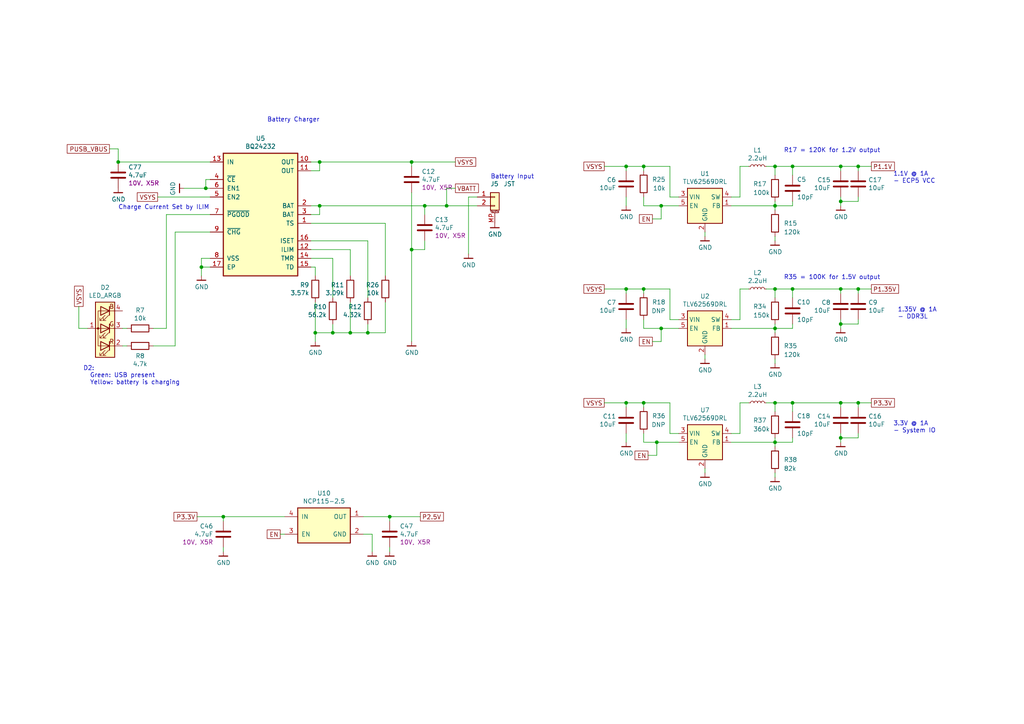
<source format=kicad_sch>
(kicad_sch (version 20230121) (generator eeschema)
  (paper "A4")
  (title_block (title "Orange Crab") (date "2020-11-01") (rev "r0.2.1") (company "Good Stuff Department") (comment 3 "Licensed under CERN OHL v.1.2") (comment 4 "Designed by: Greg Davill"))
  (lib_symbols
    (symbol "Connector_Generic_MountingPin:Conn_01x02_MountingPin" (pin_names (offset 1.016) hide)
      (property "Reference" "J" (at 0 2.54 0))
      (property "Value" "Conn_01x02_MountingPin" (at 1.27 -5.08 0))
      (symbol "Conn_01x02_MountingPin_1_1"
        (rectangle (start -1.27 -2.413) (end 0 -2.667) (stroke (width 0.1524)))
        (rectangle (start -1.27 0.127) (end 0 -0.127) (stroke (width 0.1524)))
        (rectangle (start -1.27 1.27) (end 1.27 -3.81) (stroke (width 0.254)) (fill (type background)))
        (polyline (pts (xy -1.016 -4.572) (xy 1.016 -4.572)) (stroke (width 0.1524)))
        (text "Mounting" (at 0 -4.191 0) (effects (font (size 0.381 0.381))))
        (pin passive line (at -5.08 0 0) (length 3.81) (name "Pin_1") (number "1"))
        (pin passive line (at -5.08 -2.54 0) (length 3.81) (name "Pin_2") (number "2"))
        (pin passive line (at 0 -7.62 90) (length 3.048) (name "MountPin") (number "MP"))
      )
    )
    (symbol "Device:C" (pin_numbers hide) (pin_names (offset 0.254))
      (property "Reference" "C" (at 0.635 2.54 0))
      (property "Value" "C" (at 0.635 -2.54 0))
      (symbol "C_0_1"
        (polyline (pts (xy -2.032 -0.762) (xy 2.032 -0.762)) (stroke (width 0.508)))
        (polyline (pts (xy -2.032 0.762) (xy 2.032 0.762)) (stroke (width 0.508)))
      )
      (symbol "C_1_1"
        (pin passive line (at 0 3.81 270) (length 2.794) (name "~") (number "1"))
        (pin passive line (at 0 -3.81 90) (length 2.794) (name "~") (number "2"))
      )
    )
    (symbol "Device:LED_ARGB" (pin_names (offset 0) hide)
      (property "Reference" "D" (at 0 9.398 0))
      (property "Value" "LED_ARGB" (at 0 -8.89 0))
      (symbol "LED_ARGB_0_0"
        (text "B" (at -1.905 -6.35 0) (effects (font (size 1.27 1.27))))
        (text "G" (at -1.905 -1.27 0) (effects (font (size 1.27 1.27))))
        (text "R" (at -1.905 3.81 0) (effects (font (size 1.27 1.27))))
      )
      (symbol "LED_ARGB_0_1"
        (polyline (pts (xy -1.27 -5.08) (xy -2.54 -5.08)))
        (polyline (pts (xy -1.27 -5.08) (xy 1.27 -5.08)))
        (polyline (pts (xy -1.27 -3.81) (xy -1.27 -6.35)) (stroke (width 0.254)))
        (polyline (pts (xy -1.27 0) (xy -2.54 0)))
        (polyline (pts (xy -1.27 1.27) (xy -1.27 -1.27)) (stroke (width 0.254)))
        (polyline (pts (xy -1.27 5.08) (xy -2.54 5.08)))
        (polyline (pts (xy -1.27 5.08) (xy 1.27 5.08)))
        (polyline (pts (xy -1.27 6.35) (xy -1.27 3.81)) (stroke (width 0.254)))
        (polyline (pts (xy 1.27 0) (xy -1.27 0)))
        (polyline (pts (xy 1.27 0) (xy 2.54 0)))
        (polyline (pts (xy -1.27 1.27) (xy -1.27 -1.27) (xy -1.27 -1.27)))
        (polyline (pts (xy -1.27 6.35) (xy -1.27 3.81) (xy -1.27 3.81)))
        (polyline (pts (xy 1.27 -5.08) (xy 2.032 -5.08) (xy 2.032 5.08) (xy 1.27 5.08)))
        (polyline (pts (xy 1.27 -3.81) (xy 1.27 -6.35) (xy -1.27 -5.08) (xy 1.27 -3.81)) (stroke (width 0.254)))
        (polyline (pts (xy 1.27 1.27) (xy 1.27 -1.27) (xy -1.27 0) (xy 1.27 1.27)) (stroke (width 0.254)))
        (polyline (pts (xy 1.27 6.35) (xy 1.27 3.81) (xy -1.27 5.08) (xy 1.27 6.35)) (stroke (width 0.254)))
        (polyline (pts (xy -1.016 -3.81) (xy 0.508 -2.286) (xy -0.254 -2.286) (xy 0.508 -2.286) (xy 0.508 -3.048)))
        (polyline (pts (xy -1.016 1.27) (xy 0.508 2.794) (xy -0.254 2.794) (xy 0.508 2.794) (xy 0.508 2.032)))
        (polyline (pts (xy -1.016 6.35) (xy 0.508 7.874) (xy -0.254 7.874) (xy 0.508 7.874) (xy 0.508 7.112)))
        (polyline (pts (xy 0 -3.81) (xy 1.524 -2.286) (xy 0.762 -2.286) (xy 1.524 -2.286) (xy 1.524 -3.048)))
        (polyline (pts (xy 0 1.27) (xy 1.524 2.794) (xy 0.762 2.794) (xy 1.524 2.794) (xy 1.524 2.032)))
        (polyline (pts (xy 0 6.35) (xy 1.524 7.874) (xy 0.762 7.874) (xy 1.524 7.874) (xy 1.524 7.112)))
        (rectangle (start 1.27 -1.27) (end 1.27 1.27))
        (rectangle (start 1.27 1.27) (end 1.27 1.27))
        (rectangle (start 1.27 3.81) (end 1.27 6.35))
        (rectangle (start 1.27 6.35) (end 1.27 6.35))
        (circle (center 2.032 0) (radius 0.254) (fill (type outline)))
        (rectangle (start 2.794 8.382) (end -2.794 -7.62) (stroke (width 0.254)) (fill (type background)))
      )
      (symbol "LED_ARGB_1_1"
        (pin passive line (at 5.08 0 180) (length 2.54) (name "A") (number "1"))
        (pin passive line (at -5.08 5.08 0) (length 2.54) (name "RK") (number "2"))
        (pin passive line (at -5.08 0 0) (length 2.54) (name "GK") (number "3"))
        (pin passive line (at -5.08 -5.08 0) (length 2.54) (name "BK") (number "4"))
      )
    )
    (symbol "Device:L_Small" (pin_numbers hide) (pin_names (offset 0.254) hide)
      (property "Reference" "L" (at 0.762 1.016 0))
      (property "Value" "L_Small" (at 0.762 -1.016 0))
      (symbol "L_Small_0_1"
        (arc (start 0 -2.032) (mid 0.5058 -1.524) (end 0 -1.016))
        (arc (start 0 -1.016) (mid 0.5058 -0.508) (end 0 0))
        (arc (start 0 0) (mid 0.5058 0.508) (end 0 1.016))
        (arc (start 0 1.016) (mid 0.5058 1.524) (end 0 2.032))
      )
      (symbol "L_Small_1_1"
        (pin passive line (at 0 2.54 270) (length 0.508) (name "~") (number "1"))
        (pin passive line (at 0 -2.54 90) (length 0.508) (name "~") (number "2"))
      )
    )
    (symbol "Device:R" (pin_numbers hide) (pin_names (offset 0))
      (property "Reference" "R" (at 2.032 0 90))
      (property "Value" "R" (at 0 0 90))
      (symbol "R_0_1"
        (rectangle (start -1.016 -2.54) (end 1.016 2.54) (stroke (width 0.254)))
      )
      (symbol "R_1_1"
        (pin passive line (at 0 3.81 270) (length 1.27) (name "~") (number "1"))
        (pin passive line (at 0 -3.81 90) (length 1.27) (name "~") (number "2"))
      )
    )
    (symbol "Regulator_Switching:TLV62569DRL"
      (property "Reference" "U" (at -5.08 6.35 0))
      (property "Value" "TLV62569DRL" (at 0 6.35 0))
      (symbol "TLV62569DRL_0_1"
        (rectangle (start -5.08 5.08) (end 5.08 -5.08) (stroke (width 0.254)) (fill (type background)))
      )
      (symbol "TLV62569DRL_1_1"
        (pin input line (at 7.62 0 180) (length 2.54) (name "FB") (number "1"))
        (pin power_in line (at 0 -7.62 90) (length 2.54) (name "GND") (number "2"))
        (pin power_in line (at -7.62 2.54 0) (length 2.54) (name "VIN") (number "3"))
        (pin power_out line (at 7.62 2.54 180) (length 2.54) (name "SW") (number "4"))
        (pin input line (at -7.62 0 0) (length 2.54) (name "EN") (number "5"))
        (pin no_connect line (at 5.08 -2.54 180) (length 2.54) hide (name "NC") (number "6"))
      )
    )
    (symbol "gkl_pmic:BQ24230" (pin_names (offset 1.016))
      (property "Reference" "U" (at 0 21.59 0))
      (property "Value" "BQ24230" (at 0 19.05 0))
      (symbol "BQ24230_0_1"
        (rectangle (start -11.43 16.51) (end 10.16 -19.05) (stroke (width 0.3302)) (fill (type background)))
      )
      (symbol "BQ24230_1_1"
        (pin input line (at 13.97 -3.81 180) (length 3.81) (name "TS") (number "1"))
        (pin power_out line (at 13.97 13.97 180) (length 3.81) (name "OUT") (number "10"))
        (pin power_out line (at 13.97 11.43 180) (length 3.81) (name "OUT") (number "11"))
        (pin input line (at 13.97 -11.43 180) (length 3.81) (name "ILIM") (number "12"))
        (pin power_in line (at -15.24 13.97 0) (length 3.81) (name "IN") (number "13"))
        (pin input line (at 13.97 -13.97 180) (length 3.81) (name "TMR") (number "14"))
        (pin input line (at 13.97 -16.51 180) (length 3.81) (name "TD") (number "15"))
        (pin bidirectional line (at 13.97 -8.89 180) (length 3.81) (name "ISET") (number "16"))
        (pin power_in line (at -15.24 -16.51 0) (length 3.81) (name "EP") (number "17"))
        (pin bidirectional line (at 13.97 1.27 180) (length 3.81) (name "BAT") (number "2"))
        (pin bidirectional line (at 13.97 -1.27 180) (length 3.81) (name "BAT") (number "3"))
        (pin input line (at -15.24 8.89 0) (length 3.81) (name "~{CE}") (number "4"))
        (pin input line (at -15.24 3.81 0) (length 3.81) (name "EN2") (number "5"))
        (pin input line (at -15.24 6.35 0) (length 3.81) (name "EN1") (number "6"))
        (pin output line (at -15.24 -1.27 0) (length 3.81) (name "~{PGOOD}") (number "7"))
        (pin power_in line (at -15.24 -13.97 0) (length 3.81) (name "VSS") (number "8"))
        (pin output line (at -15.24 -6.35 0) (length 3.81) (name "~{CHG}") (number "9"))
      )
    )
    (symbol "gkl_pmic:NCP167" (pin_names (offset 1.016))
      (property "Reference" "U" (at 0 11.43 0))
      (property "Value" "NCP167" (at 0 8.89 0))
      (symbol "NCP167_0_1"
        (rectangle (start -7.62 5.08) (end 7.62 -5.08) (stroke (width 0.3048)) (fill (type background)))
      )
      (symbol "NCP167_1_1"
        (pin input line (at 11.43 2.54 180) (length 3.81) (name "OUT") (number "1"))
        (pin input line (at 11.43 -2.54 180) (length 3.81) (name "GND") (number "2"))
        (pin input line (at -11.43 -2.54 0) (length 3.81) (name "EN") (number "3"))
        (pin input line (at -11.43 2.54 0) (length 3.81) (name "IN") (number "4"))
      )
    )
    (symbol "gkl_power:GND" (power) (pin_names (offset 0))
      (property "Value" "GND" (at 0 -2.54 0))
      (symbol "GND_0_1"
        (polyline (pts (xy 0 -1.27) (xy 0 0)))
        (polyline (pts (xy 1.27 -1.27) (xy -1.27 -1.27)) (stroke (width 0.3048)))
      )
      (symbol "GND_1_1"
        (pin power_in line (at 0 0 270) (length 0) hide (name "GND") (number "1"))
      )
    )
  )
  (junction (at 224.79 48.26))
  (junction (at 229.87 48.26))
  (junction (at 119.38 46.99))
  (junction (at 248.92 83.82))
  (junction (at 123.19 59.69))
  (junction (at 129.54 59.69))
  (junction (at 229.87 83.82))
  (junction (at 91.44 96.52))
  (junction (at 59.69 54.61))
  (junction (at 186.69 83.82))
  (junction (at 181.61 116.84))
  (junction (at 243.84 127))
  (junction (at 101.6 96.52))
  (junction (at 96.52 96.52))
  (junction (at 119.38 72.39))
  (junction (at 243.84 93.98))
  (junction (at 58.42 77.47))
  (junction (at 190.5 128.27))
  (junction (at 243.84 58.42))
  (junction (at 224.79 128.27))
  (junction (at 186.69 48.26))
  (junction (at 243.84 48.26))
  (junction (at 248.92 116.84))
  (junction (at 248.92 48.26))
  (junction (at 106.68 96.52))
  (junction (at 34.29 46.99))
  (junction (at 113.03 149.86))
  (junction (at 229.87 116.84))
  (junction (at 181.61 83.82))
  (junction (at 92.71 59.69))
  (junction (at 224.79 83.82))
  (junction (at 191.77 59.69))
  (junction (at 243.84 83.82))
  (junction (at 181.61 48.26))
  (junction (at 224.79 116.84))
  (junction (at 224.79 59.69))
  (junction (at 186.69 116.84))
  (junction (at 243.84 116.84))
  (junction (at 191.77 95.25))
  (junction (at 224.79 95.25))
  (junction (at 92.71 46.99))
  (junction (at 64.77 149.86))
  (wire (pts (xy 59.69 54.61) (xy 53.34 54.61)))
  (wire (pts (xy 248.92 85.09) (xy 248.92 83.82)))
  (wire (pts (xy 50.8 100.33) (xy 50.8 67.31)))
  (wire (pts (xy 92.71 59.69) (xy 123.19 59.69)))
  (wire (pts (xy 186.69 128.27) (xy 186.69 125.73)))
  (wire (pts (xy 101.6 87.63) (xy 101.6 96.52)))
  (wire (pts (xy 92.71 62.23) (xy 92.71 59.69)))
  (wire (pts (xy 224.79 86.36) (xy 224.79 83.82)))
  (wire (pts (xy 59.69 52.07) (xy 59.69 54.61)))
  (wire (pts (xy 181.61 85.09) (xy 181.61 83.82)))
  (wire (pts (xy 243.84 92.71) (xy 243.84 93.98)))
  (wire (pts (xy 113.03 158.75) (xy 113.03 160.02)))
  (wire (pts (xy 186.69 128.27) (xy 190.5 128.27)))
  (wire (pts (xy 181.61 116.84) (xy 175.26 116.84)))
  (wire (pts (xy 243.84 116.84) (xy 248.92 116.84)))
  (wire (pts (xy 217.17 48.26) (xy 214.63 48.26)))
  (wire (pts (xy 96.52 93.98) (xy 96.52 96.52)))
  (wire (pts (xy 187.96 132.08) (xy 190.5 132.08)))
  (wire (pts (xy 48.26 62.23) (xy 48.26 95.25)))
  (wire (pts (xy 243.84 58.42) (xy 243.84 59.69)))
  (wire (pts (xy 248.92 125.73) (xy 248.92 127)))
  (wire (pts (xy 224.79 83.82) (xy 229.87 83.82)))
  (wire (pts (xy 204.47 102.87) (xy 204.47 104.14)))
  (wire (pts (xy 196.85 59.69) (xy 191.77 59.69)))
  (wire (pts (xy 224.79 93.98) (xy 224.79 95.25)))
  (wire (pts (xy 191.77 59.69) (xy 186.69 59.69)))
  (wire (pts (xy 191.77 95.25) (xy 196.85 95.25)))
  (wire (pts (xy 212.09 125.73) (xy 214.63 125.73)))
  (wire (pts (xy 212.09 57.15) (xy 214.63 57.15)))
  (wire (pts (xy 194.31 92.71) (xy 194.31 83.82)))
  (wire (pts (xy 248.92 57.15) (xy 248.92 58.42)))
  (wire (pts (xy 181.61 116.84) (xy 186.69 116.84)))
  (wire (pts (xy 229.87 50.8) (xy 229.87 48.26)))
  (wire (pts (xy 243.84 83.82) (xy 248.92 83.82)))
  (wire (pts (xy 212.09 128.27) (xy 224.79 128.27)))
  (wire (pts (xy 222.25 48.26) (xy 224.79 48.26)))
  (wire (pts (xy 106.68 69.85) (xy 106.68 86.36)))
  (wire (pts (xy 58.42 77.47) (xy 58.42 74.93)))
  (wire (pts (xy 248.92 116.84) (xy 252.73 116.84)))
  (wire (pts (xy 119.38 55.88) (xy 119.38 72.39)))
  (wire (pts (xy 224.79 137.16) (xy 224.79 138.43)))
  (wire (pts (xy 111.76 64.77) (xy 90.17 64.77)))
  (wire (pts (xy 243.84 49.53) (xy 243.84 48.26)))
  (wire (pts (xy 248.92 58.42) (xy 243.84 58.42)))
  (wire (pts (xy 44.45 95.25) (xy 48.26 95.25)))
  (wire (pts (xy 90.17 69.85) (xy 106.68 69.85)))
  (wire (pts (xy 243.84 48.26) (xy 248.92 48.26)))
  (wire (pts (xy 181.61 92.71) (xy 181.61 95.25)))
  (wire (pts (xy 224.79 128.27) (xy 229.87 128.27)))
  (wire (pts (xy 224.79 119.38) (xy 224.79 116.84)))
  (wire (pts (xy 243.84 93.98) (xy 243.84 95.25)))
  (wire (pts (xy 106.68 93.98) (xy 106.68 96.52)))
  (wire (pts (xy 212.09 95.25) (xy 224.79 95.25)))
  (wire (pts (xy 229.87 128.27) (xy 229.87 127)))
  (wire (pts (xy 31.75 43.18) (xy 34.29 43.18)))
  (wire (pts (xy 82.55 154.94) (xy 81.28 154.94)))
  (wire (pts (xy 64.77 151.13) (xy 64.77 149.86)))
  (wire (pts (xy 123.19 69.85) (xy 123.19 72.39)))
  (wire (pts (xy 189.23 63.5) (xy 191.77 63.5)))
  (wire (pts (xy 191.77 99.06) (xy 191.77 95.25)))
  (wire (pts (xy 224.79 127) (xy 224.79 128.27)))
  (wire (pts (xy 119.38 72.39) (xy 119.38 99.06)))
  (wire (pts (xy 229.87 95.25) (xy 229.87 93.98)))
  (wire (pts (xy 96.52 74.93) (xy 90.17 74.93)))
  (wire (pts (xy 248.92 83.82) (xy 252.73 83.82)))
  (wire (pts (xy 90.17 59.69) (xy 92.71 59.69)))
  (wire (pts (xy 212.09 59.69) (xy 224.79 59.69)))
  (wire (pts (xy 34.29 46.99) (xy 60.96 46.99)))
  (wire (pts (xy 229.87 83.82) (xy 243.84 83.82)))
  (wire (pts (xy 224.79 68.58) (xy 224.79 69.85)))
  (wire (pts (xy 243.84 125.73) (xy 243.84 127)))
  (wire (pts (xy 181.61 125.73) (xy 181.61 128.27)))
  (wire (pts (xy 186.69 48.26) (xy 194.31 48.26)))
  (wire (pts (xy 181.61 118.11) (xy 181.61 116.84)))
  (wire (pts (xy 45.72 57.15) (xy 60.96 57.15)))
  (wire (pts (xy 212.09 92.71) (xy 214.63 92.71)))
  (wire (pts (xy 248.92 92.71) (xy 248.92 93.98)))
  (wire (pts (xy 91.44 77.47) (xy 91.44 80.01)))
  (wire (pts (xy 181.61 83.82) (xy 186.69 83.82)))
  (wire (pts (xy 248.92 48.26) (xy 252.73 48.26)))
  (wire (pts (xy 224.79 58.42) (xy 224.79 59.69)))
  (wire (pts (xy 50.8 67.31) (xy 60.96 67.31)))
  (wire (pts (xy 181.61 49.53) (xy 181.61 48.26)))
  (wire (pts (xy 229.87 48.26) (xy 243.84 48.26)))
  (wire (pts (xy 248.92 118.11) (xy 248.92 116.84)))
  (wire (pts (xy 91.44 96.52) (xy 91.44 99.06)))
  (wire (pts (xy 204.47 135.89) (xy 204.47 137.16)))
  (wire (pts (xy 123.19 59.69) (xy 129.54 59.69)))
  (wire (pts (xy 190.5 132.08) (xy 190.5 128.27)))
  (wire (pts (xy 105.41 154.94) (xy 107.95 154.94)))
  (wire (pts (xy 90.17 72.39) (xy 101.6 72.39)))
  (wire (pts (xy 129.54 54.61) (xy 129.54 59.69)))
  (wire (pts (xy 229.87 86.36) (xy 229.87 83.82)))
  (wire (pts (xy 111.76 96.52) (xy 111.76 87.63)))
  (wire (pts (xy 222.25 83.82) (xy 224.79 83.82)))
  (wire (pts (xy 191.77 63.5) (xy 191.77 59.69)))
  (wire (pts (xy 224.79 59.69) (xy 224.79 60.96)))
  (wire (pts (xy 214.63 125.73) (xy 214.63 116.84)))
  (wire (pts (xy 60.96 54.61) (xy 59.69 54.61)))
  (wire (pts (xy 214.63 57.15) (xy 214.63 48.26)))
  (wire (pts (xy 96.52 96.52) (xy 91.44 96.52)))
  (wire (pts (xy 181.61 48.26) (xy 186.69 48.26)))
  (wire (pts (xy 60.96 52.07) (xy 59.69 52.07)))
  (wire (pts (xy 186.69 95.25) (xy 191.77 95.25)))
  (wire (pts (xy 35.56 95.25) (xy 36.83 95.25)))
  (wire (pts (xy 196.85 125.73) (xy 194.31 125.73)))
  (wire (pts (xy 36.83 100.33) (xy 35.56 100.33)))
  (wire (pts (xy 186.69 49.53) (xy 186.69 48.26)))
  (wire (pts (xy 248.92 127) (xy 243.84 127)))
  (wire (pts (xy 107.95 154.94) (xy 107.95 160.02)))
  (wire (pts (xy 64.77 158.75) (xy 64.77 160.02)))
  (wire (pts (xy 64.77 149.86) (xy 57.15 149.86)))
  (wire (pts (xy 90.17 62.23) (xy 92.71 62.23)))
  (wire (pts (xy 135.89 57.15) (xy 135.89 73.66)))
  (wire (pts (xy 186.69 59.69) (xy 186.69 57.15)))
  (wire (pts (xy 106.68 96.52) (xy 101.6 96.52)))
  (wire (pts (xy 64.77 149.86) (xy 82.55 149.86)))
  (wire (pts (xy 189.23 99.06) (xy 191.77 99.06)))
  (wire (pts (xy 90.17 46.99) (xy 92.71 46.99)))
  (wire (pts (xy 186.69 83.82) (xy 194.31 83.82)))
  (wire (pts (xy 22.86 95.25) (xy 22.86 88.9)))
  (wire (pts (xy 194.31 125.73) (xy 194.31 116.84)))
  (wire (pts (xy 229.87 119.38) (xy 229.87 116.84)))
  (wire (pts (xy 186.69 118.11) (xy 186.69 116.84)))
  (wire (pts (xy 91.44 87.63) (xy 91.44 96.52)))
  (wire (pts (xy 248.92 93.98) (xy 243.84 93.98)))
  (wire (pts (xy 186.69 116.84) (xy 194.31 116.84)))
  (wire (pts (xy 229.87 59.69) (xy 229.87 58.42)))
  (wire (pts (xy 222.25 116.84) (xy 224.79 116.84)))
  (wire (pts (xy 132.08 54.61) (xy 129.54 54.61)))
  (wire (pts (xy 214.63 92.71) (xy 214.63 83.82)))
  (wire (pts (xy 217.17 116.84) (xy 214.63 116.84)))
  (wire (pts (xy 196.85 57.15) (xy 194.31 57.15)))
  (wire (pts (xy 224.79 128.27) (xy 224.79 129.54)))
  (wire (pts (xy 90.17 77.47) (xy 91.44 77.47)))
  (wire (pts (xy 60.96 77.47) (xy 58.42 77.47)))
  (wire (pts (xy 101.6 96.52) (xy 96.52 96.52)))
  (wire (pts (xy 106.68 96.52) (xy 111.76 96.52)))
  (wire (pts (xy 224.79 104.14) (xy 224.79 105.41)))
  (wire (pts (xy 243.84 57.15) (xy 243.84 58.42)))
  (wire (pts (xy 186.69 95.25) (xy 186.69 92.71)))
  (wire (pts (xy 217.17 83.82) (xy 214.63 83.82)))
  (wire (pts (xy 101.6 72.39) (xy 101.6 80.01)))
  (wire (pts (xy 25.4 95.25) (xy 22.86 95.25)))
  (wire (pts (xy 224.79 59.69) (xy 229.87 59.69)))
  (wire (pts (xy 58.42 74.93) (xy 60.96 74.93)))
  (wire (pts (xy 92.71 49.53) (xy 92.71 46.99)))
  (wire (pts (xy 111.76 80.01) (xy 111.76 64.77)))
  (wire (pts (xy 224.79 95.25) (xy 224.79 96.52)))
  (wire (pts (xy 135.89 57.15) (xy 138.43 57.15)))
  (wire (pts (xy 190.5 128.27) (xy 196.85 128.27)))
  (wire (pts (xy 44.45 100.33) (xy 50.8 100.33)))
  (wire (pts (xy 181.61 48.26) (xy 175.26 48.26)))
  (wire (pts (xy 123.19 62.23) (xy 123.19 59.69)))
  (wire (pts (xy 194.31 57.15) (xy 194.31 48.26)))
  (wire (pts (xy 248.92 49.53) (xy 248.92 48.26)))
  (wire (pts (xy 243.84 85.09) (xy 243.84 83.82)))
  (wire (pts (xy 243.84 127) (xy 243.84 128.27)))
  (wire (pts (xy 132.08 46.99) (xy 119.38 46.99)))
  (wire (pts (xy 113.03 151.13) (xy 113.03 149.86)))
  (wire (pts (xy 181.61 83.82) (xy 175.26 83.82)))
  (wire (pts (xy 34.29 43.18) (xy 34.29 46.99)))
  (wire (pts (xy 186.69 85.09) (xy 186.69 83.82)))
  (wire (pts (xy 224.79 116.84) (xy 229.87 116.84)))
  (wire (pts (xy 224.79 48.26) (xy 229.87 48.26)))
  (wire (pts (xy 90.17 49.53) (xy 92.71 49.53)))
  (wire (pts (xy 92.71 46.99) (xy 119.38 46.99)))
  (wire (pts (xy 119.38 48.26) (xy 119.38 46.99)))
  (wire (pts (xy 129.54 59.69) (xy 138.43 59.69)))
  (wire (pts (xy 113.03 149.86) (xy 121.92 149.86)))
  (wire (pts (xy 224.79 95.25) (xy 229.87 95.25)))
  (wire (pts (xy 58.42 80.01) (xy 58.42 77.47)))
  (wire (pts (xy 196.85 92.71) (xy 194.31 92.71)))
  (wire (pts (xy 123.19 72.39) (xy 119.38 72.39)))
  (wire (pts (xy 204.47 67.31) (xy 204.47 68.58)))
  (wire (pts (xy 96.52 86.36) (xy 96.52 74.93)))
  (wire (pts (xy 48.26 62.23) (xy 60.96 62.23)))
  (wire (pts (xy 181.61 57.15) (xy 181.61 59.69)))
  (wire (pts (xy 243.84 118.11) (xy 243.84 116.84)))
  (wire (pts (xy 105.41 149.86) (xy 113.03 149.86)))
  (wire (pts (xy 229.87 116.84) (xy 243.84 116.84)))
  (wire (pts (xy 224.79 50.8) (xy 224.79 48.26)))
  (text "Battery Input" (at 154.94 52.07 0) (effects (font (size 1.27 1.27)) (justify right bottom)))
  (text "1.35V @ 1A\n- DDR3L" (at 260.35 92.71 0) (effects (font (size 1.27 1.27)) (justify left bottom)))
  (text "3.3V @ 1A\n- System IO\n" (at 259.08 125.73 0) (effects (font (size 1.27 1.27)) (justify left bottom)))
  (text "R35 = 100K for 1.5V output" (at 227.33 81.28 0) (effects (font (size 1.27 1.27)) (justify left bottom)))
  (text "D2:\n  Green: USB present\n  Yellow: battery is charging\n" (at 24.13 111.76 0) (effects (font (size 1.27 1.27)) (justify left bottom)))
  (text "Battery Charger" (at 77.47 35.56 0) (effects (font (size 1.27 1.27)) (justify left bottom)))
  (text "R17 = 120K for 1.2V output" (at 227.33 44.45 0) (effects (font (size 1.27 1.27)) (justify left bottom)))
  (text "1.1V @ 1A\n- ECP5 VCC\n" (at 259.08 53.34 0) (effects (font (size 1.27 1.27)) (justify left bottom)))
  (text "Charge Current Set by ILIM" (at 34.29 60.96 0) (effects (font (size 1.27 1.27)) (justify left bottom)))
  (global_label "EN" (shape passive) (at 81.28 154.94 180) (property "Intersheetrefs" "${INTERSHEET_REFS}" (effects hide)))
  (global_label "VSYS" (shape passive) (at 45.72 57.15 180) (property "Intersheetrefs" "${INTERSHEET_REFS}" (effects hide)))
  (global_label "VSYS" (shape passive) (at 175.26 48.26 180) (property "Intersheetrefs" "${INTERSHEET_REFS}" (effects hide)))
  (global_label "VSYS" (shape passive) (at 175.26 83.82 180) (property "Intersheetrefs" "${INTERSHEET_REFS}" (effects hide)))
  (global_label "P3.3V" (shape passive) (at 252.73 116.84 0) (property "Intersheetrefs" "${INTERSHEET_REFS}" (effects hide)))
  (global_label "P1.35V" (shape passive) (at 252.73 83.82 0) (property "Intersheetrefs" "${INTERSHEET_REFS}" (effects hide)))
  (global_label "VBATT" (shape passive) (at 132.08 54.61 0) (property "Intersheetrefs" "${INTERSHEET_REFS}" (effects hide)))
  (global_label "P2.5V" (shape passive) (at 121.92 149.86 0) (property "Intersheetrefs" "${INTERSHEET_REFS}" (effects hide)))
  (global_label "PUSB_VBUS" (shape passive) (at 31.75 43.18 180) (property "Intersheetrefs" "${INTERSHEET_REFS}" (effects hide)))
  (global_label "VSYS" (shape passive) (at 132.08 46.99 0) (property "Intersheetrefs" "${INTERSHEET_REFS}" (effects hide)))
  (global_label "P3.3V" (shape passive) (at 57.15 149.86 180) (property "Intersheetrefs" "${INTERSHEET_REFS}" (effects hide)))
  (global_label "EN" (shape passive) (at 189.23 63.5 180) (property "Intersheetrefs" "${INTERSHEET_REFS}" (effects hide)))
  (global_label "VSYS" (shape passive) (at 22.86 88.9 90) (property "Intersheetrefs" "${INTERSHEET_REFS}" (effects hide)))
  (global_label "P1.1V" (shape passive) (at 252.73 48.26 0) (property "Intersheetrefs" "${INTERSHEET_REFS}" (effects hide)))
  (global_label "EN" (shape passive) (at 187.96 132.08 180) (property "Intersheetrefs" "${INTERSHEET_REFS}" (effects hide)))
  (global_label "VSYS" (shape passive) (at 175.26 116.84 180) (property "Intersheetrefs" "${INTERSHEET_REFS}" (effects hide)))
  (global_label "EN" (shape passive) (at 189.23 99.06 180) (property "Intersheetrefs" "${INTERSHEET_REFS}" (effects hide)))
  (symbol (lib_id "gkl_pmic:BQ24230") (at 76.2 60.96 0) (unit 1)
    (property "Reference" "U5" (at 75.565 40.1574 0))
    (property "Value" "BQ24232" (at 75.565 42.4688 0))
    (property "Footprint" "Package_DFN_QFN:QFN-16-1EP_3x3mm_P0.5mm_EP1.75x1.75mm" (effects hide))
    (property "PN" "BQ24232RGTR" (effects hide))
    (property "Mfg" "Texas Instruments" (effects hide))
  )
  (symbol (lib_id "Device:C") (at 119.38 52.07 0) (unit 1)
    (property "Reference" "C12" (at 122.301 49.7586 0) (effects (justify left)))
    (property "Value" "4.7uF" (at 122.301 52.07 0) (effects (justify left)))
    (property "Footprint" "Capacitor_SMD:C_0402_1005Metric" (effects hide))
    (property "Info" "10V, X5R" (at 122.301 54.3814 0) (effects (justify left)))
    (property "Mfg" "Murata Electronics North America" (effects hide))
    (property "PN" "GRM155R61A475MEAAD" (effects hide))
    (property "Mfg_1" "YAGEO" (effects hide))
    (property "PN_1" "CC0402KRX5R6BB475" (effects hide))
  )
  (symbol (lib_id "Device:LED_ARGB") (at 30.48 95.25 180) (unit 1)
    (property "Reference" "D2" (at 30.48 83.3882 0))
    (property "Value" "LED_ARGB" (at 30.48 85.6996 0))
    (property "Footprint" "gkl_led:0404LED_RGB" (effects hide))
    (property "Mfg" "OSRAM Opto Semiconductors Inc." (effects hide))
    (property "PN" "LRTB R48G-P9Q7-1+R7S5-26+N5P-68-ZB" (effects hide))
    (property "Mfg_1" "MEIHUA" (effects hide))
    (property "PN_1" "MHPA1010RGBDT" (effects hide))
  )
  (symbol (lib_id "Device:R") (at 40.64 100.33 270) (unit 1)
    (property "Reference" "R8" (at 40.64 103.251 90))
    (property "Value" "4.7k" (at 40.64 105.5624 90))
    (property "Footprint" "gkl_dipol:R_0201_0603Metric" (effects hide))
    (property "Mfg" "‎Yageo‎" (effects hide))
    (property "PN" "RC0201FR-074K7L" (effects hide))
    (property "Mfg_1" "UNI-ROYAL(Uniroyal Elec)" (effects hide))
    (property "PN_1" "0201WMF4701TCE" (effects hide))
  )
  (symbol (lib_id "Device:R") (at 40.64 95.25 270) (unit 1)
    (property "Reference" "R7" (at 40.64 89.9922 90))
    (property "Value" "10k" (at 40.64 92.3036 90))
    (property "Footprint" "gkl_dipol:R_0201_0603Metric" (effects hide))
    (property "Mfg" "‎Yageo‎" (effects hide))
    (property "PN" "RC0201FR-0710KL" (effects hide))
    (property "Mfg_1" "UNI-ROYAL(Uniroyal Elec)" (effects hide))
    (property "PN_1" "0201WMF1002TCE" (effects hide))
  )
  (symbol (lib_id "Device:C") (at 123.19 66.04 0) (unit 1)
    (property "Reference" "C13" (at 126.111 63.7286 0) (effects (justify left)))
    (property "Value" "4.7uF" (at 126.111 66.04 0) (effects (justify left)))
    (property "Footprint" "Capacitor_SMD:C_0402_1005Metric" (effects hide))
    (property "Info" "10V, X5R" (at 126.111 68.3514 0) (effects (justify left)))
    (property "Mfg" "Murata Electronics North America" (effects hide))
    (property "PN" "GRM155R61A475MEAAD" (effects hide))
    (property "Mfg_1" "YAGEO" (effects hide))
    (property "PN_1" "CC0402KRX5R6BB475" (effects hide))
  )
  (symbol (lib_id "gkl_power:GND") (at 58.42 80.01 0) (unit 1)
    (property "Reference" "#PWR0122" (effects hide))
    (property "Value" "GND" (at 58.4962 83.2104 0))
  )
  (symbol (lib_id "Device:R") (at 91.44 83.82 0) (mirror x) (unit 1)
    (property "Reference" "R9" (at 89.6874 82.6516 0) (effects (justify right)))
    (property "Value" "3.57k" (at 89.6874 84.963 0) (effects (justify right)))
    (property "Footprint" "gkl_dipol:R_0201_0603Metric" (effects hide))
    (property "Mfg" "‎Yageo‎" (effects hide))
    (property "PN" "RC0201FR-073K57L" (effects hide))
    (property "Mfg_1" "UNI-ROYAL(Uniroyal Elec)" (effects hide))
    (property "PN_1" "0201WMF3571TCE" (effects hide))
  )
  (symbol (lib_id "Device:R") (at 96.52 90.17 0) (mirror x) (unit 1)
    (property "Reference" "R10" (at 94.7674 89.0016 0) (effects (justify right)))
    (property "Value" "56.2k" (at 94.7674 91.313 0) (effects (justify right)))
    (property "Footprint" "gkl_dipol:R_0201_0603Metric" (effects hide))
    (property "Mfg" "‎Yageo‎" (effects hide))
    (property "PN" "RC0201FR-0756K2L" (effects hide))
    (property "Mfg_1" "UNI-ROYAL(Uniroyal Elec)" (effects hide))
    (property "PN_1" "0201WMF5622TCE" (effects hide))
  )
  (symbol (lib_id "Device:R") (at 101.6 83.82 0) (mirror x) (unit 1)
    (property "Reference" "R11" (at 99.8474 82.6516 0) (effects (justify right)))
    (property "Value" "3.09k" (at 99.8474 84.963 0) (effects (justify right)))
    (property "Footprint" "gkl_dipol:R_0201_0603Metric" (effects hide))
    (property "Mfg" "‎Yageo‎" (effects hide))
    (property "PN" "RC0201FR-073K09L" (effects hide))
    (property "Mfg_1" "UNI-ROYAL(Uniroyal Elec)" (effects hide))
    (property "PN_1" "0201WMF3091TCE" (effects hide))
  )
  (symbol (lib_id "Device:R") (at 106.68 90.17 0) (mirror x) (unit 1)
    (property "Reference" "R12" (at 104.9274 89.0016 0) (effects (justify right)))
    (property "Value" "4.32k" (at 104.9274 91.313 0) (effects (justify right)))
    (property "Footprint" "gkl_dipol:R_0201_0603Metric" (effects hide))
    (property "Mfg" "‎Yageo‎" (effects hide))
    (property "PN" "RC0201FR-074K32L" (effects hide))
    (property "Mfg_1" "UNI-ROYAL(Uniroyal Elec)" (effects hide))
    (property "PN_1" "0201WMF4321TCE" (effects hide))
  )
  (symbol (lib_id "gkl_power:GND") (at 91.44 99.06 0) (unit 1)
    (property "Reference" "#PWR0123" (effects hide))
    (property "Value" "GND" (at 91.5162 102.2604 0))
  )
  (symbol (lib_id "gkl_power:GND") (at 119.38 99.06 0) (unit 1)
    (property "Reference" "#PWR0124" (effects hide))
    (property "Value" "GND" (at 119.4562 102.2604 0))
  )
  (symbol (lib_id "gkl_power:GND") (at 135.89 73.66 0) (unit 1)
    (property "Reference" "#PWR0108" (effects hide))
    (property "Value" "GND" (at 135.9662 76.8604 0))
  )
  (symbol (lib_id "Device:L_Small") (at 219.71 48.26 90) (unit 1)
    (property "Reference" "L1" (at 219.71 43.561 90))
    (property "Value" "2.2uH" (at 219.71 45.8724 90))
    (property "Footprint" "Inductor_SMD:L_0805_2012Metric" (effects hide))
    (property "Mfg" "Murata Electronics" (effects hide))
    (property "PN" "LQM21PN2R2NGCD" (effects hide))
    (property "Mfg_1" "Sunltech Tech" (effects hide))
    (property "PN_1" "SLM20122R2MIT" (effects hide))
  )
  (symbol (lib_id "Device:R") (at 224.79 64.77 0) (unit 1)
    (property "Reference" "R15" (at 227.33 64.77 0) (effects (justify left)))
    (property "Value" "120k" (at 227.33 67.31 0) (effects (justify left)))
    (property "Footprint" "gkl_dipol:R_0201_0603Metric" (effects hide))
    (property "Mfg" "‎Yageo‎" (effects hide))
    (property "PN" "RC0201FR-07120KL" (effects hide))
    (property "Mfg_1" "UNI-ROYAL(Uniroyal Elec)" (effects hide))
    (property "PN_1" "0201WMF1203TCE" (effects hide))
  )
  (symbol (lib_id "Device:R") (at 224.79 54.61 180) (unit 1)
    (property "Reference" "R17" (at 218.44 53.34 0) (effects (justify right)))
    (property "Value" "100k" (at 218.44 55.88 0) (effects (justify right)))
    (property "Footprint" "gkl_dipol:R_0201_0603Metric" (effects hide))
    (property "Mfg" "‎Yageo‎" (effects hide))
    (property "PN" "RC0201FR-07100KL" (effects hide))
    (property "Mfg_1" "UNI-ROYAL(Uniroyal Elec)" (effects hide))
    (property "PN_1" "0201WMF1003TCE" (effects hide))
  )
  (symbol (lib_id "Device:C") (at 243.84 53.34 0) (mirror x) (unit 1)
    (property "Reference" "C15" (at 240.9444 52.1716 0) (effects (justify right)))
    (property "Value" "10uF" (at 240.9444 54.483 0) (effects (justify right)))
    (property "Footprint" "Capacitor_SMD:C_0402_1005Metric" (effects hide))
    (property "Mfg" "Murata Electronics North America" (effects hide))
    (property "PN" "GRM155R60J106ME15D" (effects hide))
    (property "Mfg_1" "YAGEO" (effects hide))
    (property "PN_1" "CC0402MRX5R5BB106" (effects hide))
  )
  (symbol (lib_id "gkl_power:GND") (at 243.84 59.69 0) (unit 1)
    (property "Reference" "#PWR0112" (effects hide))
    (property "Value" "GND" (at 243.9162 62.8904 0))
  )
  (symbol (lib_id "Device:C") (at 248.92 53.34 180) (unit 1)
    (property "Reference" "C17" (at 251.841 52.1716 0) (effects (justify right)))
    (property "Value" "10uF" (at 251.841 54.483 0) (effects (justify right)))
    (property "Footprint" "Capacitor_SMD:C_0402_1005Metric" (effects hide))
    (property "Mfg" "Murata Electronics North America" (effects hide))
    (property "PN" "GRM155R60J106ME15D" (effects hide))
    (property "Mfg_1" "YAGEO" (effects hide))
    (property "PN_1" "CC0402MRX5R5BB106" (effects hide))
  )
  (symbol (lib_id "Device:C") (at 229.87 54.61 180) (unit 1)
    (property "Reference" "C5" (at 231.14 52.07 0) (effects (justify right)))
    (property "Value" "10pF" (at 231.14 57.15 0) (effects (justify right)))
    (property "Footprint" "gkl_dipol:C_0201_0603Metric" (effects hide))
    (property "Mfg" "Samsung Electro-Mechanics" (effects hide))
    (property "PN" "CL03C100JA3GNNC" (effects hide))
    (property "Mfg_1" "YAGEO" (effects hide))
    (property "PN_1" "CC0201DRNPO8BN100" (effects hide))
  )
  (symbol (lib_id "Device:R") (at 111.76 83.82 0) (mirror x) (unit 1)
    (property "Reference" "R26" (at 110.0074 82.6516 0) (effects (justify right)))
    (property "Value" "10k" (at 110.0074 84.963 0) (effects (justify right)))
    (property "Footprint" "gkl_dipol:R_0201_0603Metric" (effects hide))
    (property "Mfg" "‎Yageo‎" (effects hide))
    (property "PN" "RC0201FR-0710KL" (effects hide))
    (property "Mfg_1" "UNI-ROYAL(Uniroyal Elec)" (effects hide))
    (property "PN_1" "0201WMF1002TCE" (effects hide))
  )
  (symbol (lib_id "Device:C") (at 34.29 50.8 0) (unit 1)
    (property "Reference" "C77" (at 37.211 48.4886 0) (effects (justify left)))
    (property "Value" "4.7uF" (at 37.211 50.8 0) (effects (justify left)))
    (property "Footprint" "Capacitor_SMD:C_0402_1005Metric" (effects hide))
    (property "Info" "10V, X5R" (at 37.211 53.1114 0) (effects (justify left)))
    (property "Mfg" "Murata Electronics North America" (effects hide))
    (property "PN" "GRM155R61A475MEAAD" (effects hide))
    (property "Mfg_1" "YAGEO" (effects hide))
    (property "PN_1" "CC0402KRX5R6BB475" (effects hide))
  )
  (symbol (lib_id "gkl_power:GND") (at 34.29 54.61 0) (unit 1)
    (property "Reference" "#PWR0169" (effects hide))
    (property "Value" "GND" (at 34.3662 57.8104 0))
  )
  (symbol (lib_id "gkl_pmic:NCP167") (at 93.98 152.4 0) (unit 1)
    (property "Reference" "U10" (at 93.98 143.0528 0))
    (property "Value" "NCP115-2.5" (at 93.98 145.3642 0))
    (property "Footprint" "Package_SON:Texas_X2SON-4_1x1mm_P0.65mm" (effects hide))
    (property "PN" "NCP115CMX250TCG" (effects hide))
    (property "Mfg" "ON Semiconductor" (effects hide))
  )
  (symbol (lib_id "Device:C") (at 64.77 154.94 0) (mirror y) (unit 1)
    (property "Reference" "C46" (at 61.849 152.6286 0) (effects (justify left)))
    (property "Value" "4.7uF" (at 61.849 154.94 0) (effects (justify left)))
    (property "Footprint" "Capacitor_SMD:C_0402_1005Metric" (effects hide))
    (property "Info" "10V, X5R" (at 61.849 157.2514 0) (effects (justify left)))
    (property "Mfg" "Murata Electronics North America" (effects hide))
    (property "PN" "GRM155R61A475MEAAD" (effects hide))
    (property "Mfg_1" "YAGEO" (effects hide))
    (property "PN_1" "CC0402KRX5R6BB475" (effects hide))
  )
  (symbol (lib_id "Device:C") (at 113.03 154.94 0) (unit 1)
    (property "Reference" "C47" (at 115.951 152.6286 0) (effects (justify left)))
    (property "Value" "4.7uF" (at 115.951 154.94 0) (effects (justify left)))
    (property "Footprint" "Capacitor_SMD:C_0402_1005Metric" (effects hide))
    (property "Info" "10V, X5R" (at 115.951 157.2514 0) (effects (justify left)))
    (property "Mfg" "Murata Electronics North America" (effects hide))
    (property "PN" "GRM155R61A475MEAAD" (effects hide))
    (property "Mfg_1" "YAGEO" (effects hide))
    (property "PN_1" "CC0402KRX5R6BB475" (effects hide))
  )
  (symbol (lib_id "Connector_Generic_MountingPin:Conn_01x02_MountingPin") (at 143.51 57.15 0) (unit 1)
    (property "Reference" "J5" (at 142.24 53.34 0) (effects (justify left)))
    (property "Value" "JST" (at 146.05 53.34 0) (effects (justify left)))
    (property "Footprint" "gkl_conn:JST_PH_B2B-PH-SM4-TB_1x02-1MP_P2.00mm_Vertical" (effects hide))
    (property "PN" "S2B-PH-SM4-TB(LF)(SN)" (effects hide))
    (property "Mfg" "JST Sales America Inc." (effects hide))
  )
  (symbol (lib_id "gkl_power:GND") (at 143.51 64.77 0) (unit 1)
    (property "Reference" "#PWR0166" (effects hide))
    (property "Value" "GND" (at 143.5862 67.9704 0))
  )
  (symbol (lib_id "gkl_power:GND") (at 64.77 160.02 0) (unit 1)
    (property "Reference" "#PWR0145" (effects hide))
    (property "Value" "GND" (at 64.8462 163.2204 0))
  )
  (symbol (lib_id "gkl_power:GND") (at 113.03 160.02 0) (unit 1)
    (property "Reference" "#PWR0146" (effects hide))
    (property "Value" "GND" (at 113.1062 163.2204 0))
  )
  (symbol (lib_id "gkl_power:GND") (at 107.95 160.02 0) (unit 1)
    (property "Reference" "#PWR0147" (effects hide))
    (property "Value" "GND" (at 108.0262 163.2204 0))
  )
  (symbol (lib_id "Device:R") (at 186.69 53.34 0) (mirror x) (unit 1)
    (property "Reference" "R25" (at 193.04 52.07 0) (effects (justify right)))
    (property "Value" "10k" (at 193.04 54.61 0) (effects (justify right)))
    (property "Footprint" "gkl_dipol:R_0201_0603Metric" (effects hide))
    (property "Mfg" "‎Yageo‎" (effects hide))
    (property "PN" "RC0201FR-0710KL" (effects hide))
    (property "Mfg_1" "UNI-ROYAL(Uniroyal Elec)" (effects hide))
    (property "PN_1" "0201WMF1002TCE" (effects hide))
  )
  (symbol (lib_id "gkl_power:GND") (at 53.34 54.61 270) (unit 1)
    (property "Reference" "#PWR0168" (effects hide))
    (property "Value" "GND" (at 50.1396 54.6862 0))
  )
  (symbol (lib_id "Regulator_Switching:TLV62569DRL") (at 204.47 59.69 0) (unit 1)
    (property "Reference" "U1" (at 204.47 50.3682 0))
    (property "Value" "TLV62569DRL" (at 204.47 52.6796 0))
    (property "Footprint" "Package_TO_SOT_SMD:SOT-563" (effects hide))
    (property "Datasheet" "http://www.ti.com/lit/ds/symlink/tlv62569.pdf" (effects hide))
    (property "Mfg" "Texas Instruments" (effects hide))
    (property "PN" "TLV62569DRLR" (effects hide))
  )
  (symbol (lib_id "gkl_power:GND") (at 224.79 69.85 0) (unit 1)
    (property "Reference" "#PWR0110" (effects hide))
    (property "Value" "GND" (at 224.8662 73.0504 0))
  )
  (symbol (lib_id "gkl_power:GND") (at 204.47 68.58 0) (unit 1)
    (property "Reference" "#PWR0111" (effects hide))
    (property "Value" "GND" (at 204.5462 71.7804 0))
  )
  (symbol (lib_id "gkl_power:GND") (at 181.61 59.69 0) (unit 1)
    (property "Reference" "#PWR0113" (effects hide))
    (property "Value" "GND" (at 181.6862 62.8904 0))
  )
  (symbol (lib_id "Device:L_Small") (at 219.71 83.82 90) (unit 1)
    (property "Reference" "L2" (at 219.71 79.121 90))
    (property "Value" "2.2uH" (at 219.71 81.4324 90))
    (property "Footprint" "Inductor_SMD:L_0805_2012Metric" (effects hide))
    (property "Mfg" "Murata Electronics" (effects hide))
    (property "PN" "LQM21PN2R2NGCD" (effects hide))
    (property "Mfg_1" "Sunltech Tech" (effects hide))
    (property "PN_1" "SLM20122R2MIT" (effects hide))
  )
  (symbol (lib_id "Device:R") (at 224.79 100.33 0) (unit 1)
    (property "Reference" "R35" (at 227.33 100.33 0) (effects (justify left)))
    (property "Value" "120k" (at 227.33 102.87 0) (effects (justify left)))
    (property "Footprint" "gkl_dipol:R_0201_0603Metric" (effects hide))
    (property "Mfg" "‎Yageo‎" (effects hide))
    (property "PN" "RC0201FR-07120KL" (effects hide))
    (property "Mfg_1" "UNI-ROYAL(Uniroyal Elec)" (effects hide))
    (property "PN_1" "0201WMF1203TCE" (effects hide))
  )
  (symbol (lib_id "Device:R") (at 224.79 90.17 180) (unit 1)
    (property "Reference" "R34" (at 218.44 88.9 0) (effects (justify right)))
    (property "Value" "150k" (at 218.44 91.44 0) (effects (justify right)))
    (property "Footprint" "gkl_dipol:R_0201_0603Metric" (effects hide))
    (property "Mfg" "‎Yageo‎" (effects hide))
    (property "PN" "RC0201FR-07150KL" (effects hide))
    (property "Mfg_1" "UNI-ROYAL(Uniroyal Elec)" (effects hide))
    (property "PN_1" "0201WMF1503TCE" (effects hide))
  )
  (symbol (lib_id "Device:C") (at 243.84 88.9 0) (mirror x) (unit 1)
    (property "Reference" "C8" (at 240.9444 87.7316 0) (effects (justify right)))
    (property "Value" "10uF" (at 240.9444 90.043 0) (effects (justify right)))
    (property "Footprint" "Capacitor_SMD:C_0402_1005Metric" (effects hide))
    (property "Mfg" "Murata Electronics North America" (effects hide))
    (property "PN" "GRM155R60J106ME15D" (effects hide))
    (property "Mfg_1" "YAGEO" (effects hide))
    (property "PN_1" "CC0402MRX5R5BB106" (effects hide))
  )
  (symbol (lib_id "gkl_power:GND") (at 243.84 95.25 0) (unit 1)
    (property "Reference" "#PWR0114" (effects hide))
    (property "Value" "GND" (at 243.9162 98.4504 0))
  )
  (symbol (lib_id "Device:C") (at 248.92 88.9 180) (unit 1)
    (property "Reference" "C9" (at 251.841 87.7316 0) (effects (justify right)))
    (property "Value" "10uF" (at 251.841 90.043 0) (effects (justify right)))
    (property "Footprint" "Capacitor_SMD:C_0402_1005Metric" (effects hide))
    (property "Mfg" "Murata Electronics North America" (effects hide))
    (property "PN" "GRM155R60J106ME15D" (effects hide))
    (property "Mfg_1" "YAGEO" (effects hide))
    (property "PN_1" "CC0402MRX5R5BB106" (effects hide))
  )
  (symbol (lib_id "Device:C") (at 229.87 90.17 180) (unit 1)
    (property "Reference" "C10" (at 231.14 87.63 0) (effects (justify right)))
    (property "Value" "10pF" (at 231.14 92.71 0) (effects (justify right)))
    (property "Footprint" "gkl_dipol:C_0201_0603Metric" (effects hide))
    (property "Mfg" "Samsung Electro-Mechanics" (effects hide))
    (property "PN" "CL03C100JA3GNNC" (effects hide))
    (property "Mfg_1" "YAGEO" (effects hide))
    (property "PN_1" "CC0201DRNPO8BN100" (effects hide))
  )
  (symbol (lib_id "Device:R") (at 186.69 88.9 0) (mirror x) (unit 1)
    (property "Reference" "R18" (at 193.04 87.63 0) (effects (justify right)))
    (property "Value" "DNP" (at 193.04 90.17 0) (effects (justify right)))
    (property "Footprint" "gkl_dipol:R_0201_0603Metric" (effects hide))
    (property "PN" "DNP" (effects hide))
  )
  (symbol (lib_id "Regulator_Switching:TLV62569DRL") (at 204.47 95.25 0) (unit 1)
    (property "Reference" "U2" (at 204.47 85.9282 0))
    (property "Value" "TLV62569DRL" (at 204.47 88.2396 0))
    (property "Footprint" "Package_TO_SOT_SMD:SOT-563" (effects hide))
    (property "Datasheet" "http://www.ti.com/lit/ds/symlink/tlv62569.pdf" (effects hide))
    (property "Mfg" "Texas Instruments" (effects hide))
    (property "PN" "TLV62569DRLR" (effects hide))
  )
  (symbol (lib_id "gkl_power:GND") (at 224.79 105.41 0) (unit 1)
    (property "Reference" "#PWR0115" (effects hide))
    (property "Value" "GND" (at 224.8662 108.6104 0))
  )
  (symbol (lib_id "gkl_power:GND") (at 204.47 104.14 0) (unit 1)
    (property "Reference" "#PWR0116" (effects hide))
    (property "Value" "GND" (at 204.5462 107.3404 0))
  )
  (symbol (lib_id "gkl_power:GND") (at 181.61 95.25 0) (unit 1)
    (property "Reference" "#PWR0117" (effects hide))
    (property "Value" "GND" (at 181.6862 98.4504 0))
  )
  (symbol (lib_id "Device:L_Small") (at 219.71 116.84 90) (unit 1)
    (property "Reference" "L3" (at 219.71 112.141 90))
    (property "Value" "2.2uH" (at 219.71 114.4524 90))
    (property "Footprint" "Inductor_SMD:L_0805_2012Metric" (effects hide))
    (property "Mfg" "Murata Electronics" (effects hide))
    (property "PN" "LQM21PN2R2NGCD" (effects hide))
    (property "Mfg_1" "Sunltech Tech" (effects hide))
    (property "PN_1" "SLM20122R2MIT" (effects hide))
  )
  (symbol (lib_id "Device:R") (at 224.79 133.35 0) (unit 1)
    (property "Reference" "R38" (at 227.33 133.35 0) (effects (justify left)))
    (property "Value" "82k" (at 227.33 135.89 0) (effects (justify left)))
    (property "Footprint" "gkl_dipol:R_0201_0603Metric" (effects hide))
    (property "Mfg" "‎Yageo‎" (effects hide))
    (property "PN" "RC0201FR-0782KL" (effects hide))
    (property "Mfg_1" "UNI-ROYAL(Uniroyal Elec)" (effects hide))
    (property "PN_1" "0201WMF8202TCE" (effects hide))
  )
  (symbol (lib_id "Device:R") (at 224.79 123.19 180) (unit 1)
    (property "Reference" "R37" (at 218.44 121.92 0) (effects (justify right)))
    (property "Value" "360k" (at 218.44 124.46 0) (effects (justify right)))
    (property "Footprint" "gkl_dipol:R_0201_0603Metric" (effects hide))
    (property "Mfg" "‎Yageo‎" (effects hide))
    (property "PN" "RC0201FR-07360KL" (effects hide))
    (property "Mfg_1" "UNI-ROYAL(Uniroyal Elec)" (effects hide))
    (property "PN_1" "0201WMF3603TCE" (effects hide))
  )
  (symbol (lib_id "Device:C") (at 243.84 121.92 0) (mirror x) (unit 1)
    (property "Reference" "C14" (at 240.9444 120.7516 0) (effects (justify right)))
    (property "Value" "10uF" (at 240.9444 123.063 0) (effects (justify right)))
    (property "Footprint" "Capacitor_SMD:C_0402_1005Metric" (effects hide))
    (property "Mfg" "Murata Electronics North America" (effects hide))
    (property "PN" "GRM155R60J106ME15D" (effects hide))
    (property "Mfg_1" "YAGEO" (effects hide))
    (property "PN_1" "CC0402MRX5R5BB106" (effects hide))
  )
  (symbol (lib_id "gkl_power:GND") (at 243.84 128.27 0) (unit 1)
    (property "Reference" "#PWR0118" (effects hide))
    (property "Value" "GND" (at 243.9162 131.4704 0))
  )
  (symbol (lib_id "Device:C") (at 248.92 121.92 180) (unit 1)
    (property "Reference" "C16" (at 251.841 120.7516 0) (effects (justify right)))
    (property "Value" "10uF" (at 251.841 123.063 0) (effects (justify right)))
    (property "Footprint" "Capacitor_SMD:C_0402_1005Metric" (effects hide))
    (property "Mfg" "Murata Electronics North America" (effects hide))
    (property "PN" "GRM155R60J106ME15D" (effects hide))
    (property "Mfg_1" "YAGEO" (effects hide))
    (property "PN_1" "CC0402MRX5R5BB106" (effects hide))
  )
  (symbol (lib_id "Device:C") (at 229.87 123.19 180) (unit 1)
    (property "Reference" "C18" (at 231.14 120.65 0) (effects (justify right)))
    (property "Value" "10pF" (at 231.14 125.73 0) (effects (justify right)))
    (property "Footprint" "gkl_dipol:C_0201_0603Metric" (effects hide))
    (property "Mfg" "Samsung Electro-Mechanics" (effects hide))
    (property "PN" "CL03C100JA3GNNC" (effects hide))
    (property "Mfg_1" "YAGEO" (effects hide))
    (property "PN_1" "CC0201DRNPO8BN100" (effects hide))
  )
  (symbol (lib_id "Device:R") (at 186.69 121.92 0) (mirror x) (unit 1)
    (property "Reference" "R36" (at 193.04 120.65 0) (effects (justify right)))
    (property "Value" "DNP" (at 193.04 123.19 0) (effects (justify right)))
    (property "Footprint" "gkl_dipol:R_0201_0603Metric" (effects hide))
    (property "PN" "DNP" (effects hide))
  )
  (symbol (lib_id "Regulator_Switching:TLV62569DRL") (at 204.47 128.27 0) (unit 1)
    (property "Reference" "U7" (at 204.47 118.9482 0))
    (property "Value" "TLV62569DRL" (at 204.47 121.2596 0))
    (property "Footprint" "Package_TO_SOT_SMD:SOT-563" (effects hide))
    (property "Datasheet" "http://www.ti.com/lit/ds/symlink/tlv62569.pdf" (effects hide))
    (property "Mfg" "Texas Instruments" (effects hide))
    (property "PN" "TLV62569DRLR" (effects hide))
  )
  (symbol (lib_id "gkl_power:GND") (at 224.79 138.43 0) (unit 1)
    (property "Reference" "#PWR0119" (effects hide))
    (property "Value" "GND" (at 224.8662 141.6304 0))
  )
  (symbol (lib_id "gkl_power:GND") (at 204.47 137.16 0) (unit 1)
    (property "Reference" "#PWR0137" (effects hide))
    (property "Value" "GND" (at 204.5462 140.3604 0))
  )
  (symbol (lib_id "gkl_power:GND") (at 181.61 128.27 0) (unit 1)
    (property "Reference" "#PWR0138" (effects hide))
    (property "Value" "GND" (at 181.6862 131.4704 0))
  )
  (symbol (lib_id "Device:C") (at 181.61 121.92 0) (mirror x) (unit 1)
    (property "Reference" "C11" (at 178.7144 120.7516 0) (effects (justify right)))
    (property "Value" "10uF" (at 178.7144 123.063 0) (effects (justify right)))
    (property "Footprint" "Capacitor_SMD:C_0402_1005Metric" (effects hide))
    (property "Mfg" "Murata Electronics North America" (effects hide))
    (property "PN" "GRM155R60J106ME15D" (effects hide))
    (property "Mfg_1" "YAGEO" (effects hide))
    (property "PN_1" "CC0402MRX5R5BB106" (effects hide))
  )
  (symbol (lib_id "Device:C") (at 181.61 88.9 0) (mirror x) (unit 1)
    (property "Reference" "C7" (at 178.7144 87.7316 0) (effects (justify right)))
    (property "Value" "10uF" (at 178.7144 90.043 0) (effects (justify right)))
    (property "Footprint" "Capacitor_SMD:C_0402_1005Metric" (effects hide))
    (property "Mfg" "Murata Electronics North America" (effects hide))
    (property "PN" "GRM155R60J106ME15D" (effects hide))
    (property "Mfg_1" "YAGEO" (effects hide))
    (property "PN_1" "CC0402MRX5R5BB106" (effects hide))
  )
  (symbol (lib_id "Device:C") (at 181.61 53.34 0) (mirror x) (unit 1)
    (property "Reference" "C6" (at 178.7144 52.1716 0) (effects (justify right)))
    (property "Value" "10uF" (at 178.7144 54.483 0) (effects (justify right)))
    (property "Footprint" "Capacitor_SMD:C_0402_1005Metric" (effects hide))
    (property "Mfg" "Murata Electronics North America" (effects hide))
    (property "PN" "GRM155R60J106ME15D" (effects hide))
    (property "Mfg_1" "YAGEO" (effects hide))
    (property "PN_1" "CC0402MRX5R5BB106" (effects hide))
  )
)
</source>
